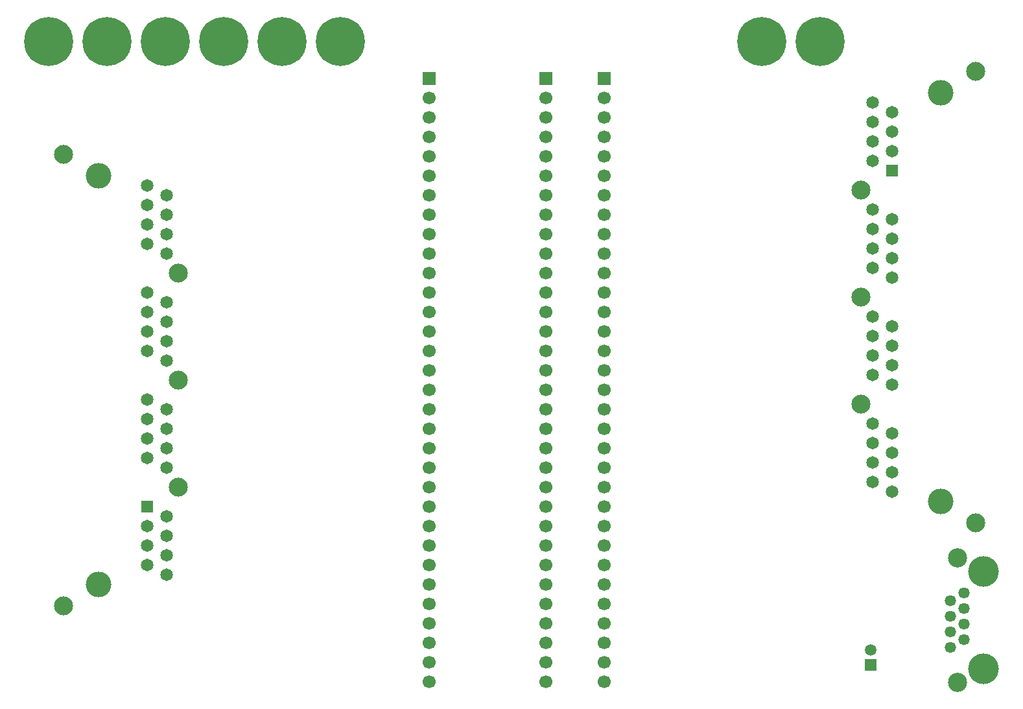
<source format=gbs>
%TF.GenerationSoftware,KiCad,Pcbnew,9.0.4*%
%TF.CreationDate,2025-09-13T10:54:26+02:00*%
%TF.ProjectId,HCP65 64 Pin Tester,48435036-3520-4363-9420-50696e205465,V1*%
%TF.SameCoordinates,Original*%
%TF.FileFunction,Soldermask,Bot*%
%TF.FilePolarity,Negative*%
%FSLAX46Y46*%
G04 Gerber Fmt 4.6, Leading zero omitted, Abs format (unit mm)*
G04 Created by KiCad (PCBNEW 9.0.4) date 2025-09-13 10:54:26*
%MOMM*%
%LPD*%
G01*
G04 APERTURE LIST*
%ADD10C,6.400000*%
%ADD11R,1.500000X1.500000*%
%ADD12C,1.500000*%
%ADD13C,4.000000*%
%ADD14C,1.470000*%
%ADD15C,2.500000*%
%ADD16C,3.330000*%
%ADD17R,1.650000X1.650000*%
%ADD18C,1.650000*%
%ADD19C,2.475000*%
%ADD20R,1.700000X1.700000*%
%ADD21C,1.700000*%
G04 APERTURE END LIST*
D10*
%TO.C,H1*%
X88392000Y18796000D03*
%TD*%
%TO.C,H8*%
X80772000Y18796000D03*
%TD*%
%TO.C,H5*%
X10541000Y18796000D03*
%TD*%
%TO.C,H3*%
X-4699000Y18796000D03*
%TD*%
%TO.C,H7*%
X18161000Y18796000D03*
%TD*%
%TO.C,H6*%
X25781000Y18796000D03*
%TD*%
%TO.C,H4*%
X2921000Y18796000D03*
%TD*%
%TO.C,H2*%
X-12319000Y18796000D03*
%TD*%
D11*
%TO.C,C10*%
X94996000Y-62611000D03*
D12*
X94996000Y-60610999D03*
%TD*%
D13*
%TO.C,J2*%
X109776300Y-63119000D03*
X109776300Y-50419000D03*
D14*
X107236300Y-53189000D03*
X105456300Y-54209000D03*
X107236300Y-55229000D03*
X105456300Y-56249000D03*
X107236300Y-57269000D03*
X105456300Y-58289000D03*
X107236300Y-59309000D03*
X105456300Y-60329000D03*
D15*
X106346300Y-48639000D03*
X106346300Y-64899000D03*
%TD*%
D16*
%TO.C,J1*%
X-5842000Y1270000D03*
X-5842000Y-52070000D03*
D17*
X508000Y-41910000D03*
D18*
X3048000Y-43180000D03*
X508000Y-44450000D03*
X3048000Y-45720000D03*
X508000Y-46990000D03*
X3048000Y-48260000D03*
X508000Y-49530000D03*
X3048000Y-50800000D03*
X508000Y-27940000D03*
X3048000Y-29210000D03*
X508000Y-30480000D03*
X3048000Y-31750000D03*
X508000Y-33020000D03*
X3048000Y-34290000D03*
X508000Y-35560000D03*
X3048000Y-36830000D03*
X508000Y-13970000D03*
X3048000Y-15240000D03*
X508000Y-16510000D03*
X3048000Y-17780000D03*
X508000Y-19050000D03*
X3048000Y-20320000D03*
X508000Y-21590000D03*
X3048000Y-22860000D03*
X508000Y0D03*
X3048000Y-1270000D03*
X508000Y-2540000D03*
X3048000Y-3810000D03*
X508000Y-5080000D03*
X3048000Y-6350000D03*
X508000Y-7620000D03*
X3048000Y-8890000D03*
D19*
X-10412000Y4060000D03*
X4568000Y-11430000D03*
X4568000Y-25400000D03*
X4568000Y-39370000D03*
X-10412000Y-54860000D03*
%TD*%
D20*
%TO.C,J8*%
X37338000Y13970000D03*
D21*
X37338000Y11430000D03*
X37338000Y8890000D03*
X37338000Y6350000D03*
X37338000Y3810000D03*
X37338000Y1270000D03*
X37338000Y-1270000D03*
X37338000Y-3810000D03*
X37338000Y-6350000D03*
X37338000Y-8890000D03*
X37338000Y-11430000D03*
X37338000Y-13970000D03*
X37338000Y-16510000D03*
X37338000Y-19050000D03*
X37338000Y-21590000D03*
X37338000Y-24130000D03*
X37338000Y-26670000D03*
X37338000Y-29210000D03*
X37338000Y-31750000D03*
X37338000Y-34290000D03*
X37338000Y-36830000D03*
X37338000Y-39370000D03*
X37338000Y-41910000D03*
X37338000Y-44450000D03*
X37338000Y-46990000D03*
X37338000Y-49530000D03*
X37338000Y-52070000D03*
X37338000Y-54610000D03*
X37338000Y-57150000D03*
X37338000Y-59690000D03*
X37338000Y-62230000D03*
X37338000Y-64770000D03*
%TD*%
D20*
%TO.C,J3*%
X52578000Y13970000D03*
D21*
X52578000Y11430000D03*
X52578000Y8890000D03*
X52578000Y6350000D03*
X52578000Y3810000D03*
X52578000Y1270000D03*
X52578000Y-1270000D03*
X52578000Y-3810000D03*
X52578000Y-6350000D03*
X52578000Y-8890000D03*
X52578000Y-11430000D03*
X52578000Y-13970000D03*
X52578000Y-16510000D03*
X52578000Y-19050000D03*
X52578000Y-21590000D03*
X52578000Y-24130000D03*
X52578000Y-26670000D03*
X52578000Y-29210000D03*
X52578000Y-31750000D03*
X52578000Y-34290000D03*
X52578000Y-36830000D03*
X52578000Y-39370000D03*
X52578000Y-41910000D03*
X52578000Y-44450000D03*
X52578000Y-46990000D03*
X52578000Y-49530000D03*
X52578000Y-52070000D03*
X52578000Y-54610000D03*
X52578000Y-57150000D03*
X52578000Y-59690000D03*
X52578000Y-62230000D03*
X52578000Y-64770000D03*
%TD*%
D16*
%TO.C,J4*%
X104140000Y-41275000D03*
X104140000Y12065000D03*
D17*
X97790000Y1905000D03*
D18*
X95250000Y3175000D03*
X97790000Y4445000D03*
X95250000Y5715000D03*
X97790000Y6985000D03*
X95250000Y8255000D03*
X97790000Y9525000D03*
X95250000Y10795000D03*
X97790000Y-12065000D03*
X95250000Y-10795000D03*
X97790000Y-9525000D03*
X95250000Y-8255000D03*
X97790000Y-6985000D03*
X95250000Y-5715000D03*
X97790000Y-4445000D03*
X95250000Y-3175000D03*
X97790000Y-26035000D03*
X95250000Y-24765000D03*
X97790000Y-23495000D03*
X95250000Y-22225000D03*
X97790000Y-20955000D03*
X95250000Y-19685000D03*
X97790000Y-18415000D03*
X95250000Y-17145000D03*
X97790000Y-40005000D03*
X95250000Y-38735000D03*
X97790000Y-37465000D03*
X95250000Y-36195000D03*
X97790000Y-34925000D03*
X95250000Y-33655000D03*
X97790000Y-32385000D03*
X95250000Y-31115000D03*
D19*
X108710000Y-44065000D03*
X93730000Y-28575000D03*
X93730000Y-14605000D03*
X93730000Y-635000D03*
X108710000Y14855000D03*
%TD*%
D20*
%TO.C,J9*%
X60198000Y13970000D03*
D21*
X60198000Y11430000D03*
X60198000Y8890000D03*
X60198000Y6350000D03*
X60198000Y3810000D03*
X60198000Y1270000D03*
X60198000Y-1270000D03*
X60198000Y-3810000D03*
X60198000Y-6350000D03*
X60198000Y-8890000D03*
X60198000Y-11430000D03*
X60198000Y-13970000D03*
X60198000Y-16510000D03*
X60198000Y-19050000D03*
X60198000Y-21590000D03*
X60198000Y-24130000D03*
X60198000Y-26670000D03*
X60198000Y-29210000D03*
X60198000Y-31750000D03*
X60198000Y-34290000D03*
X60198000Y-36830000D03*
X60198000Y-39370000D03*
X60198000Y-41910000D03*
X60198000Y-44450000D03*
X60198000Y-46990000D03*
X60198000Y-49530000D03*
X60198000Y-52070000D03*
X60198000Y-54610000D03*
X60198000Y-57150000D03*
X60198000Y-59690000D03*
X60198000Y-62230000D03*
X60198000Y-64770000D03*
%TD*%
M02*

</source>
